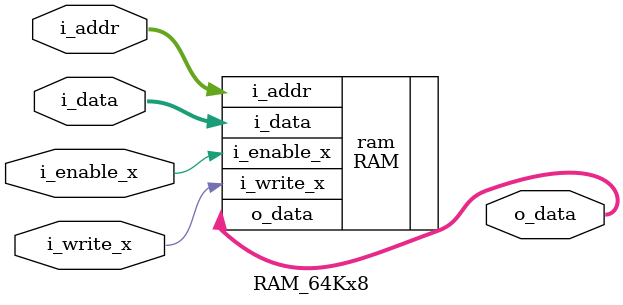
<source format=v>

module RAM_64Kx8(
    i_addr,
    i_enable_x,
    i_write_x,
    i_data,
    o_data);
  parameter delay = 10;
  input  [15:0] i_addr;
  input         i_enable_x;
  input         i_write_x;
  input  [ 7:0] i_data;
  output [ 7:0] o_data;

  RAM #(.delay(delay),
        .width(8),
        .depth(16)) ram(
      .i_addr    (i_addr    ),
      .i_enable_x(i_enable_x),
      .i_write_x (i_write_x ),
      .i_data    (i_data    ),
      .o_data    (o_data    ));
endmodule  // module RAM_64Kx8

</source>
